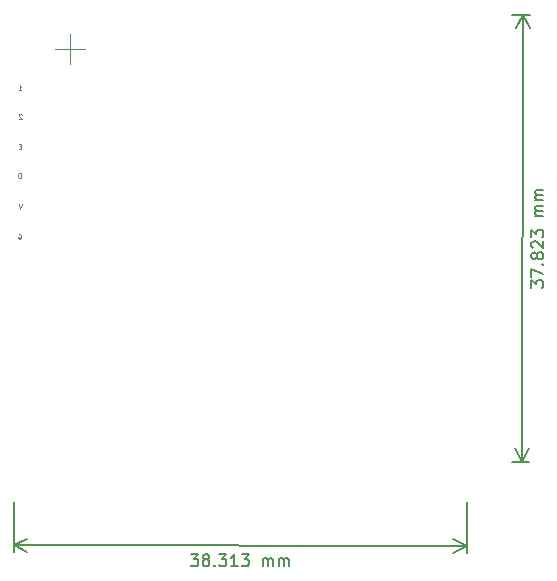
<source format=gbr>
G04 #@! TF.GenerationSoftware,KiCad,Pcbnew,5.1.7-a382d34a8~88~ubuntu18.04.1*
G04 #@! TF.CreationDate,2021-11-20T10:26:25+05:30*
G04 #@! TF.ProjectId,BackEnd_switch_Normal_v1,4261636b-456e-4645-9f73-77697463685f,rev?*
G04 #@! TF.SameCoordinates,Original*
G04 #@! TF.FileFunction,OtherDrawing,Comment*
%FSLAX46Y46*%
G04 Gerber Fmt 4.6, Leading zero omitted, Abs format (unit mm)*
G04 Created by KiCad (PCBNEW 5.1.7-a382d34a8~88~ubuntu18.04.1) date 2021-11-20 10:26:25*
%MOMM*%
%LPD*%
G01*
G04 APERTURE LIST*
%ADD10C,0.150000*%
%ADD11C,0.080000*%
%ADD12C,0.050000*%
G04 APERTURE END LIST*
D10*
X127648689Y-143598769D02*
X128267736Y-143599056D01*
X127934226Y-143979854D01*
X128077083Y-143979920D01*
X128172299Y-144027583D01*
X128219896Y-144075224D01*
X128267471Y-144170485D01*
X128267361Y-144408580D01*
X128219698Y-144503796D01*
X128172056Y-144551393D01*
X128076796Y-144598968D01*
X127791082Y-144598835D01*
X127695866Y-144551172D01*
X127648269Y-144503531D01*
X128838966Y-144027893D02*
X128743750Y-143980229D01*
X128696153Y-143932588D01*
X128648578Y-143837328D01*
X128648600Y-143789709D01*
X128696264Y-143694493D01*
X128743905Y-143646896D01*
X128839165Y-143599321D01*
X129029641Y-143599410D01*
X129124857Y-143647073D01*
X129172454Y-143694714D01*
X129220029Y-143789974D01*
X129220007Y-143837593D01*
X129172344Y-143932809D01*
X129124702Y-143980406D01*
X129029442Y-144027981D01*
X128838966Y-144027893D01*
X128743706Y-144075468D01*
X128696065Y-144123064D01*
X128648402Y-144218280D01*
X128648313Y-144408757D01*
X128695888Y-144504017D01*
X128743485Y-144551658D01*
X128838701Y-144599321D01*
X129029177Y-144599410D01*
X129124437Y-144551835D01*
X129172078Y-144504238D01*
X129219742Y-144409022D01*
X129219830Y-144218546D01*
X129172255Y-144123285D01*
X129124658Y-144075644D01*
X129029442Y-144027981D01*
X129648269Y-144504459D02*
X129695866Y-144552100D01*
X129648225Y-144599697D01*
X129600628Y-144552056D01*
X129648269Y-144504459D01*
X129648225Y-144599697D01*
X130029641Y-143599874D02*
X130648689Y-143600161D01*
X130315178Y-143980959D01*
X130458036Y-143981025D01*
X130553252Y-144028688D01*
X130600849Y-144076329D01*
X130648423Y-144171590D01*
X130648313Y-144409685D01*
X130600650Y-144504901D01*
X130553009Y-144552498D01*
X130457748Y-144600073D01*
X130172034Y-144599940D01*
X130076818Y-144552277D01*
X130029221Y-144504636D01*
X131600605Y-144600603D02*
X131029177Y-144600338D01*
X131314891Y-144600470D02*
X131315355Y-143600470D01*
X131220051Y-143743283D01*
X131124769Y-143838477D01*
X131029508Y-143886052D01*
X131934403Y-143600758D02*
X132553450Y-143601045D01*
X132219940Y-143981843D01*
X132362797Y-143981909D01*
X132458013Y-144029572D01*
X132505610Y-144077213D01*
X132553185Y-144172473D01*
X132553075Y-144410569D01*
X132505411Y-144505785D01*
X132457770Y-144553382D01*
X132362510Y-144600956D01*
X132076796Y-144600824D01*
X131981580Y-144553161D01*
X131933983Y-144505520D01*
X133743462Y-144601597D02*
X133743772Y-143934931D01*
X133743727Y-144030169D02*
X133791369Y-143982572D01*
X133886629Y-143934997D01*
X134029486Y-143935063D01*
X134124702Y-143982727D01*
X134172277Y-144077987D01*
X134172034Y-144601796D01*
X134172277Y-144077987D02*
X134219940Y-143982771D01*
X134315200Y-143935196D01*
X134458057Y-143935262D01*
X134553273Y-143982925D01*
X134600848Y-144078186D01*
X134600605Y-144601995D01*
X135076795Y-144602216D02*
X135077105Y-143935550D01*
X135077061Y-144030788D02*
X135124702Y-143983191D01*
X135219962Y-143935616D01*
X135362819Y-143935682D01*
X135458035Y-143983345D01*
X135505610Y-144078606D01*
X135505367Y-144602415D01*
X135505610Y-144078606D02*
X135553273Y-143983390D01*
X135648533Y-143935815D01*
X135791390Y-143935881D01*
X135886606Y-143983544D01*
X135934181Y-144078804D01*
X135933938Y-144602614D01*
X150996194Y-142857223D02*
X112682834Y-142839443D01*
X150997920Y-139138660D02*
X150995922Y-143443643D01*
X112684560Y-139120880D02*
X112682562Y-143425863D01*
X112682834Y-142839443D02*
X113809610Y-142253545D01*
X112682834Y-142839443D02*
X113809065Y-143426386D01*
X150996194Y-142857223D02*
X149869963Y-142270280D01*
X150996194Y-142857223D02*
X149869418Y-143443121D01*
X156475870Y-121020613D02*
X156476452Y-120401566D01*
X156857091Y-120735257D01*
X156857225Y-120592400D01*
X156904934Y-120497207D01*
X156952597Y-120449632D01*
X157047880Y-120402103D01*
X157285975Y-120402327D01*
X157381169Y-120450035D01*
X157428743Y-120497699D01*
X157476272Y-120592982D01*
X157476004Y-120878696D01*
X157428295Y-120973889D01*
X157380631Y-121021464D01*
X156476765Y-120068232D02*
X156477392Y-119401566D01*
X157476989Y-119831077D01*
X157382512Y-119021464D02*
X157430176Y-118973890D01*
X157477750Y-119021554D01*
X157430086Y-119069128D01*
X157382512Y-119021464D01*
X157477750Y-119021554D01*
X156906904Y-118401969D02*
X156859195Y-118497163D01*
X156811531Y-118544737D01*
X156716248Y-118592266D01*
X156668629Y-118592222D01*
X156573436Y-118544513D01*
X156525862Y-118496849D01*
X156478332Y-118401567D01*
X156478511Y-118211090D01*
X156526220Y-118115897D01*
X156573884Y-118068323D01*
X156669167Y-118020793D01*
X156716786Y-118020838D01*
X156811979Y-118068547D01*
X156859553Y-118116211D01*
X156907083Y-118211493D01*
X156906904Y-118401969D01*
X156954433Y-118497252D01*
X157002007Y-118544916D01*
X157097201Y-118592625D01*
X157287677Y-118592804D01*
X157382959Y-118545274D01*
X157430623Y-118497700D01*
X157478332Y-118402507D01*
X157478511Y-118212031D01*
X157430981Y-118116748D01*
X157383407Y-118069084D01*
X157288214Y-118021375D01*
X157097738Y-118021196D01*
X157002455Y-118068726D01*
X156954791Y-118116300D01*
X156907083Y-118211493D01*
X156574287Y-117639752D02*
X156526712Y-117592088D01*
X156479183Y-117496805D01*
X156479407Y-117258710D01*
X156527115Y-117163517D01*
X156574779Y-117115942D01*
X156670062Y-117068413D01*
X156765300Y-117068502D01*
X156908112Y-117116256D01*
X157479003Y-117688221D01*
X157479585Y-117069174D01*
X156479899Y-116734901D02*
X156480481Y-116115853D01*
X156861120Y-116449545D01*
X156861254Y-116306688D01*
X156908963Y-116211494D01*
X156956627Y-116163920D01*
X157051910Y-116116390D01*
X157290005Y-116116614D01*
X157385198Y-116164323D01*
X157432772Y-116211987D01*
X157480302Y-116307270D01*
X157480033Y-116592984D01*
X157432325Y-116688177D01*
X157384661Y-116735751D01*
X157481600Y-114926318D02*
X156814934Y-114925691D01*
X156910172Y-114925781D02*
X156862597Y-114878117D01*
X156815068Y-114782834D01*
X156815202Y-114639977D01*
X156862911Y-114544784D01*
X156958194Y-114497254D01*
X157482003Y-114497747D01*
X156958194Y-114497254D02*
X156863000Y-114449545D01*
X156815471Y-114354263D01*
X156815605Y-114211406D01*
X156863314Y-114116212D01*
X156958597Y-114068683D01*
X157482406Y-114069175D01*
X157482854Y-113592985D02*
X156816187Y-113592358D01*
X156911425Y-113592448D02*
X156863851Y-113544784D01*
X156816322Y-113449501D01*
X156816456Y-113306644D01*
X156864164Y-113211451D01*
X156959447Y-113163921D01*
X157483257Y-113164414D01*
X156959447Y-113163921D02*
X156864254Y-113116213D01*
X156816724Y-113020930D01*
X156816859Y-112878073D01*
X156864567Y-112782880D01*
X156959850Y-112735350D01*
X157483659Y-112735843D01*
X155709650Y-135741002D02*
X155745210Y-97917862D01*
X154792680Y-135740140D02*
X156296070Y-135741553D01*
X154828240Y-97917000D02*
X156331630Y-97918413D01*
X155745210Y-97917862D02*
X156330571Y-99044917D01*
X155745210Y-97917862D02*
X155157730Y-99043814D01*
X155709650Y-135741002D02*
X156297130Y-134615050D01*
X155709650Y-135741002D02*
X155124289Y-134613947D01*
D11*
X113280814Y-109056808D02*
X113147480Y-109056808D01*
X113090338Y-109266332D02*
X113280814Y-109266332D01*
X113280814Y-108866332D01*
X113090338Y-108866332D01*
X113187475Y-111319972D02*
X113111284Y-111319972D01*
X113073189Y-111339020D01*
X113035094Y-111377115D01*
X113016046Y-111453305D01*
X113016046Y-111586639D01*
X113035094Y-111662829D01*
X113073189Y-111700924D01*
X113111284Y-111719972D01*
X113187475Y-111719972D01*
X113225570Y-111700924D01*
X113263665Y-111662829D01*
X113282713Y-111586639D01*
X113282713Y-111453305D01*
X113263665Y-111377115D01*
X113225570Y-111339020D01*
X113187475Y-111319972D01*
X113330973Y-113913312D02*
X113197640Y-114313312D01*
X113064306Y-113913312D01*
X113309385Y-106356807D02*
X113290338Y-106337760D01*
X113252242Y-106318712D01*
X113157004Y-106318712D01*
X113118909Y-106337760D01*
X113099861Y-106356807D01*
X113080814Y-106394902D01*
X113080814Y-106432998D01*
X113099861Y-106490140D01*
X113328433Y-106718712D01*
X113080814Y-106718712D01*
X113052238Y-116479980D02*
X113090333Y-116460932D01*
X113147476Y-116460932D01*
X113204619Y-116479980D01*
X113242714Y-116518075D01*
X113261761Y-116556170D01*
X113280809Y-116632360D01*
X113280809Y-116689503D01*
X113261761Y-116765694D01*
X113242714Y-116803789D01*
X113204619Y-116841884D01*
X113147476Y-116860932D01*
X113109380Y-116860932D01*
X113052238Y-116841884D01*
X113033190Y-116822837D01*
X113033190Y-116689503D01*
X113109380Y-116689503D01*
X113052874Y-104293012D02*
X113281445Y-104293012D01*
X113167160Y-104293012D02*
X113167160Y-103893012D01*
X113205255Y-103950155D01*
X113243350Y-103988250D01*
X113281445Y-104007298D01*
D12*
X117409000Y-102078000D02*
X117409000Y-99538000D01*
X116139000Y-100808000D02*
X118679000Y-100808000D01*
M02*

</source>
